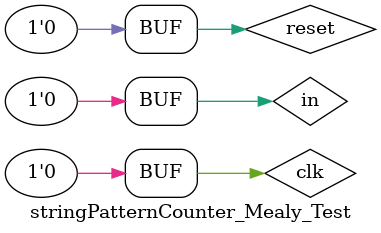
<source format=v>
`timescale 1ns / 1ps


module stringPatternCounter_Mealy_Test;

	// Inputs
	reg clk;
	reg in;
	reg reset;

	// Outputs
	wire [3:0] out;

	// Instantiate the Unit Under Test (UUT)
	stringPatternCounter_Mealy uut (
		.clk(clk), 
		.in(in), 
		.reset(reset), 
		.out(out)
	);

		initial begin
		// Initialize Inputs
		clk = 0;
		in = 0;
		reset = 0;

		// Wait 100 ns for global reset to finish

		#5 in = 0;
		#20 in = 1;
		#20 in = 0;
		#20 in = 1;
		#20 in = 1;
		#20 in = 1;
		#20 in = 0;
		#20 in = 1;
		#20 in = 0;
		#20 in = 0;
		#20 in = 1;
		#20 in = 0;

		#20 reset = 1;
		#20 reset = 0;
		#20 in = 0;
		#20 in = 1;
		#20 in = 0;

	end

	always begin
	#10 clk = 1;
	#10 clk = 0;
	end
      
endmodule



</source>
